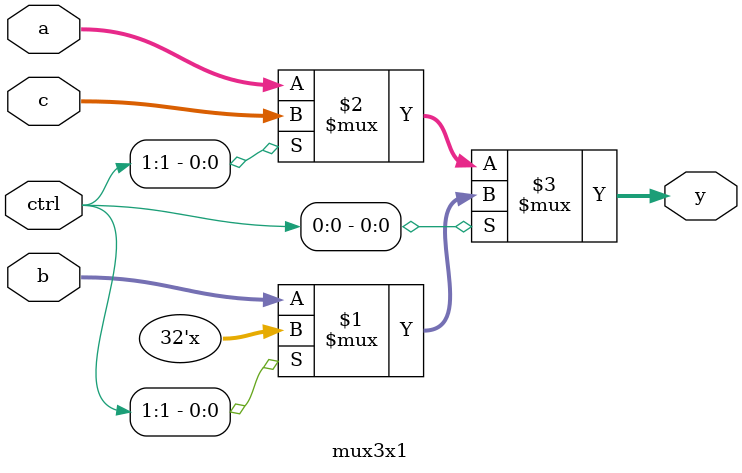
<source format=sv>
module mux3x1 #(parameter WIDTH = 32)
				   (input  logic  [WIDTH-1:0] a,b,c,
					 input  logic	[1:0]			ctrl,
					 output logic  [WIDTH-1:0] y);
		
		assign y = ( ctrl[0] ? (ctrl[1] ? 32'bz:b):(ctrl[1] ? c:a) );
		
endmodule

</source>
